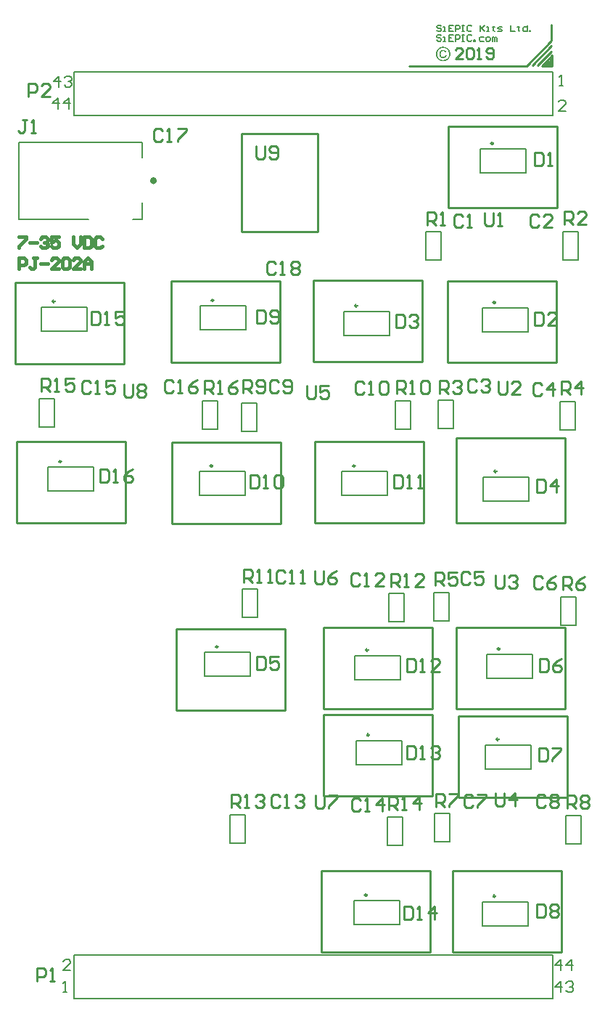
<source format=gto>
G04*
G04 #@! TF.GenerationSoftware,Altium Limited,Altium Designer,19.1.5 (86)*
G04*
G04 Layer_Color=65535*
%FSLAX25Y25*%
%MOIN*%
G70*
G01*
G75*
%ADD10C,0.00984*%
%ADD11C,0.01575*%
%ADD12C,0.01000*%
%ADD13C,0.00787*%
%ADD14C,0.00500*%
%ADD15C,0.01500*%
%ADD16C,0.00800*%
%ADD17C,0.00600*%
G36*
X197142Y445968D02*
X197217D01*
X197310Y445959D01*
X197413Y445940D01*
X197525Y445922D01*
X197767Y445875D01*
X198047Y445791D01*
X198337Y445689D01*
X198486Y445614D01*
X198635Y445539D01*
X198645Y445530D01*
X198673Y445521D01*
X198710Y445493D01*
X198766Y445465D01*
X198831Y445418D01*
X198915Y445362D01*
X198999Y445297D01*
X199092Y445222D01*
X199195Y445138D01*
X199298Y445054D01*
X199503Y444840D01*
X199699Y444588D01*
X199885Y444308D01*
X199895Y444298D01*
X199904Y444270D01*
X199923Y444233D01*
X199960Y444168D01*
X199988Y444093D01*
X200025Y444009D01*
X200072Y443916D01*
X200109Y443804D01*
X200156Y443683D01*
X200193Y443552D01*
X200268Y443272D01*
X200315Y442964D01*
X200324Y442806D01*
X200333Y442647D01*
Y442638D01*
Y442610D01*
Y442563D01*
X200324Y442498D01*
Y442423D01*
X200315Y442330D01*
X200296Y442227D01*
X200277Y442115D01*
X200221Y441863D01*
X200147Y441593D01*
X200035Y441294D01*
X199960Y441145D01*
X199885Y440996D01*
X199876Y440986D01*
X199867Y440958D01*
X199839Y440921D01*
X199802Y440865D01*
X199764Y440800D01*
X199708Y440725D01*
X199643Y440641D01*
X199568Y440548D01*
X199391Y440343D01*
X199186Y440137D01*
X198934Y439941D01*
X198654Y439764D01*
X198645D01*
X198617Y439745D01*
X198579Y439727D01*
X198514Y439699D01*
X198449Y439661D01*
X198365Y439624D01*
X198262Y439587D01*
X198150Y439549D01*
X198038Y439503D01*
X197907Y439466D01*
X197628Y439391D01*
X197320Y439344D01*
X197161Y439335D01*
X197002Y439326D01*
X196918D01*
X196853Y439335D01*
X196779D01*
X196685Y439354D01*
X196583Y439363D01*
X196471Y439382D01*
X196219Y439437D01*
X195948Y439512D01*
X195650Y439624D01*
X195500Y439689D01*
X195351Y439764D01*
X195342Y439773D01*
X195314Y439783D01*
X195276Y439811D01*
X195220Y439848D01*
X195155Y439895D01*
X195080Y439941D01*
X194997Y440007D01*
X194903Y440081D01*
X194698Y440259D01*
X194493Y440473D01*
X194297Y440716D01*
X194120Y440996D01*
Y441005D01*
X194101Y441033D01*
X194082Y441070D01*
X194054Y441136D01*
X194017Y441210D01*
X193980Y441294D01*
X193942Y441388D01*
X193905Y441499D01*
X193858Y441621D01*
X193821Y441751D01*
X193746Y442031D01*
X193700Y442330D01*
X193690Y442488D01*
X193681Y442647D01*
Y442656D01*
Y442684D01*
Y442731D01*
X193690Y442796D01*
Y442871D01*
X193709Y442964D01*
X193718Y443067D01*
X193737Y443179D01*
X193793Y443431D01*
X193868Y443711D01*
X193980Y444009D01*
X194045Y444159D01*
X194120Y444308D01*
X194129Y444317D01*
X194138Y444345D01*
X194166Y444382D01*
X194203Y444438D01*
X194250Y444504D01*
X194306Y444588D01*
X194371Y444672D01*
X194446Y444765D01*
X194623Y444961D01*
X194829Y445166D01*
X195080Y445362D01*
X195360Y445539D01*
X195370Y445549D01*
X195398Y445558D01*
X195444Y445577D01*
X195500Y445605D01*
X195575Y445642D01*
X195659Y445679D01*
X195762Y445717D01*
X195864Y445763D01*
X195985Y445801D01*
X196116Y445838D01*
X196396Y445913D01*
X196695Y445959D01*
X196844Y445978D01*
X197086D01*
X197142Y445968D01*
D02*
G37*
%LPC*%
G36*
X197002Y445427D02*
X196937D01*
X196881Y445418D01*
X196816D01*
X196751Y445409D01*
X196667Y445399D01*
X196573Y445381D01*
X196359Y445343D01*
X196135Y445278D01*
X195892Y445185D01*
X195640Y445063D01*
X195631D01*
X195612Y445045D01*
X195575Y445026D01*
X195528Y444998D01*
X195472Y444961D01*
X195407Y444914D01*
X195267Y444802D01*
X195099Y444653D01*
X194922Y444476D01*
X194754Y444261D01*
X194605Y444028D01*
Y444019D01*
X194586Y444000D01*
X194567Y443963D01*
X194549Y443916D01*
X194521Y443851D01*
X194483Y443785D01*
X194455Y443701D01*
X194418Y443608D01*
X194353Y443403D01*
X194287Y443169D01*
X194250Y442908D01*
X194231Y442647D01*
Y442638D01*
Y442619D01*
Y442572D01*
X194241Y442526D01*
Y442460D01*
X194250Y442386D01*
X194260Y442302D01*
X194278Y442208D01*
X194325Y441994D01*
X194381Y441761D01*
X194474Y441518D01*
X194595Y441266D01*
Y441257D01*
X194614Y441238D01*
X194633Y441201D01*
X194661Y441154D01*
X194698Y441098D01*
X194745Y441042D01*
X194857Y440893D01*
X195006Y440725D01*
X195183Y440557D01*
X195388Y440389D01*
X195622Y440240D01*
X195631D01*
X195650Y440221D01*
X195687Y440203D01*
X195734Y440184D01*
X195799Y440156D01*
X195874Y440128D01*
X195948Y440091D01*
X196042Y440063D01*
X196247Y439988D01*
X196480Y439932D01*
X196741Y439895D01*
X197002Y439876D01*
X197077D01*
X197124Y439885D01*
X197189D01*
X197264Y439895D01*
X197348Y439904D01*
X197441Y439923D01*
X197656Y439969D01*
X197889Y440025D01*
X198131Y440119D01*
X198383Y440240D01*
X198393D01*
X198411Y440259D01*
X198449Y440277D01*
X198495Y440305D01*
X198551Y440343D01*
X198617Y440389D01*
X198757Y440501D01*
X198925Y440650D01*
X199092Y440828D01*
X199260Y441033D01*
X199410Y441266D01*
Y441276D01*
X199428Y441294D01*
X199447Y441331D01*
X199466Y441378D01*
X199494Y441443D01*
X199531Y441518D01*
X199559Y441593D01*
X199596Y441686D01*
X199662Y441891D01*
X199727Y442125D01*
X199764Y442386D01*
X199783Y442647D01*
Y442656D01*
Y442675D01*
Y442722D01*
X199774Y442768D01*
Y442834D01*
X199764Y442908D01*
X199755Y442992D01*
X199736Y443085D01*
X199689Y443300D01*
X199624Y443533D01*
X199531Y443776D01*
X199410Y444028D01*
Y444037D01*
X199391Y444056D01*
X199372Y444093D01*
X199344Y444140D01*
X199307Y444196D01*
X199260Y444261D01*
X199139Y444410D01*
X198990Y444578D01*
X198812Y444746D01*
X198607Y444914D01*
X198365Y445063D01*
X198355D01*
X198337Y445082D01*
X198299Y445101D01*
X198253Y445119D01*
X198187Y445148D01*
X198122Y445176D01*
X198038Y445213D01*
X197945Y445250D01*
X197740Y445315D01*
X197506Y445371D01*
X197264Y445409D01*
X197002Y445427D01*
D02*
G37*
%LPD*%
G36*
X197245Y444504D02*
X197385Y444485D01*
X197534Y444448D01*
X197693Y444401D01*
X197861Y444326D01*
X198010Y444233D01*
X198029Y444224D01*
X198075Y444186D01*
X198141Y444121D01*
X198225Y444037D01*
X198318Y443925D01*
X198402Y443795D01*
X198486Y443645D01*
X198551Y443477D01*
X198029Y443337D01*
X198020Y443356D01*
X198001Y443393D01*
X197973Y443449D01*
X197926Y443524D01*
X197870Y443608D01*
X197805Y443692D01*
X197721Y443767D01*
X197628Y443841D01*
X197618Y443851D01*
X197581Y443869D01*
X197534Y443897D01*
X197460Y443935D01*
X197376Y443972D01*
X197273Y444000D01*
X197152Y444019D01*
X197030Y444028D01*
X196984D01*
X196947Y444019D01*
X196853Y444009D01*
X196732Y443981D01*
X196601Y443944D01*
X196461Y443879D01*
X196321Y443785D01*
X196191Y443664D01*
X196181Y443645D01*
X196144Y443599D01*
X196088Y443515D01*
X196032Y443393D01*
X195967Y443254D01*
X195920Y443067D01*
X195883Y442862D01*
X195864Y442619D01*
Y442610D01*
Y442591D01*
Y442554D01*
X195874Y442507D01*
Y442451D01*
X195883Y442386D01*
X195902Y442237D01*
X195939Y442078D01*
X195995Y441910D01*
X196070Y441742D01*
X196172Y441602D01*
X196191Y441583D01*
X196228Y441546D01*
X196293Y441490D01*
X196387Y441434D01*
X196508Y441369D01*
X196639Y441313D01*
X196797Y441276D01*
X196975Y441257D01*
X197040D01*
X197114Y441266D01*
X197217Y441285D01*
X197320Y441313D01*
X197441Y441350D01*
X197562Y441406D01*
X197674Y441481D01*
X197684Y441490D01*
X197721Y441527D01*
X197777Y441574D01*
X197833Y441649D01*
X197907Y441733D01*
X197973Y441845D01*
X198029Y441966D01*
X198075Y442106D01*
X198617Y441947D01*
Y441938D01*
X198607Y441919D01*
X198598Y441891D01*
X198589Y441854D01*
X198551Y441761D01*
X198495Y441630D01*
X198421Y441490D01*
X198318Y441341D01*
X198197Y441201D01*
X198047Y441070D01*
X198038D01*
X198029Y441061D01*
X197973Y441024D01*
X197880Y440968D01*
X197758Y440912D01*
X197609Y440846D01*
X197432Y440800D01*
X197226Y440762D01*
X197012Y440744D01*
X196937D01*
X196881Y440753D01*
X196816Y440762D01*
X196741Y440772D01*
X196564Y440809D01*
X196359Y440865D01*
X196144Y440949D01*
X196042Y441005D01*
X195939Y441080D01*
X195836Y441154D01*
X195743Y441238D01*
X195734Y441248D01*
X195724Y441266D01*
X195696Y441294D01*
X195668Y441331D01*
X195631Y441378D01*
X195594Y441443D01*
X195547Y441518D01*
X195510Y441602D01*
X195463Y441695D01*
X195416Y441798D01*
X195379Y441919D01*
X195342Y442041D01*
X195314Y442180D01*
X195286Y442320D01*
X195276Y442479D01*
X195267Y442638D01*
Y442647D01*
Y442666D01*
Y442694D01*
Y442731D01*
X195276Y442843D01*
X195295Y442983D01*
X195323Y443142D01*
X195360Y443309D01*
X195407Y443477D01*
X195482Y443645D01*
Y443655D01*
X195491Y443664D01*
X195519Y443720D01*
X195575Y443795D01*
X195640Y443888D01*
X195734Y444000D01*
X195836Y444102D01*
X195967Y444205D01*
X196107Y444298D01*
X196116D01*
X196125Y444308D01*
X196181Y444336D01*
X196265Y444373D01*
X196377Y444410D01*
X196517Y444448D01*
X196676Y444485D01*
X196853Y444513D01*
X197040Y444522D01*
X197142D01*
X197245Y444504D01*
D02*
G37*
D10*
X18492Y329071D02*
G03*
X18492Y329071I-492J0D01*
G01*
X21492Y255571D02*
G03*
X21492Y255571I-492J0D01*
G01*
X161992Y56571D02*
G03*
X161992Y56571I-492J0D01*
G01*
X162992Y130071D02*
G03*
X162992Y130071I-492J0D01*
G01*
X162492Y169071D02*
G03*
X162492Y169071I-492J0D01*
G01*
X156492Y253571D02*
G03*
X156492Y253571I-492J0D01*
G01*
X91492Y329571D02*
G03*
X91492Y329571I-492J0D01*
G01*
X90992Y253571D02*
G03*
X90992Y253571I-492J0D01*
G01*
X220992Y56071D02*
G03*
X220992Y56071I-492J0D01*
G01*
X222492Y128071D02*
G03*
X222492Y128071I-492J0D01*
G01*
X222992Y169571D02*
G03*
X222992Y169571I-492J0D01*
G01*
X93492Y170571D02*
G03*
X93492Y170571I-492J0D01*
G01*
X157492Y327071D02*
G03*
X157492Y327071I-492J0D01*
G01*
X221492Y251071D02*
G03*
X221492Y251071I-492J0D01*
G01*
X220992Y328571D02*
G03*
X220992Y328571I-492J0D01*
G01*
X219992Y401571D02*
G03*
X219992Y401571I-492J0D01*
G01*
D11*
X64661Y384500D02*
G03*
X64661Y384500I-787J0D01*
G01*
D12*
X74500Y141500D02*
Y178902D01*
X124500D01*
Y141500D02*
Y178902D01*
X74500Y141500D02*
X124500D01*
X142000Y102000D02*
Y139402D01*
X192000D01*
Y102000D02*
Y139402D01*
X142000Y102000D02*
X192000D01*
X142000Y142000D02*
Y179402D01*
X192000D01*
Y142000D02*
Y179402D01*
X142000Y142000D02*
X192000D01*
X203000D02*
Y179402D01*
X253000D01*
Y142000D02*
Y179402D01*
X203000Y142000D02*
X253000D01*
X204000Y101500D02*
Y138902D01*
X254000D01*
Y101500D02*
Y138902D01*
X204000Y101500D02*
X254000D01*
X141000Y30500D02*
Y67902D01*
X191000D01*
Y30500D02*
Y67902D01*
X141000Y30500D02*
X191000D01*
X201500D02*
Y67902D01*
X251500D01*
Y30500D02*
Y67902D01*
X201500Y30500D02*
X251500D01*
X138000Y227500D02*
Y264902D01*
X188000D01*
Y227500D02*
Y264902D01*
X138000Y227500D02*
X188000D01*
X203000D02*
Y266402D01*
X253000D01*
Y227500D02*
Y266402D01*
X203000Y227500D02*
X253000D01*
X72500Y227000D02*
Y264402D01*
X122500D01*
Y227000D02*
Y264402D01*
X72500Y227000D02*
X122500D01*
X137500Y301500D02*
Y338902D01*
X187500D01*
Y301500D02*
Y338902D01*
X137500Y301500D02*
X187500D01*
X199000Y301000D02*
Y338402D01*
X249000D01*
Y301000D02*
Y338402D01*
X199000Y301000D02*
X249000D01*
X199500Y372000D02*
Y409402D01*
X249500D01*
Y372000D02*
Y409402D01*
X199500Y372000D02*
X249500D01*
X1000Y227500D02*
Y264902D01*
X51000D01*
Y227500D02*
Y264902D01*
X1000Y227500D02*
X51000D01*
X72000Y301000D02*
Y338402D01*
X122000D01*
Y301000D02*
Y338402D01*
X72000Y301000D02*
X122000D01*
X500Y300500D02*
X50500D01*
Y337902D01*
X500D02*
X50500D01*
X500Y300500D02*
Y337902D01*
X246681Y448654D02*
Y455910D01*
X181425Y437236D02*
X235264D01*
X244811Y437827D02*
X245500Y438516D01*
Y439500D01*
X244122Y438122D02*
X245500Y439500D01*
X244122Y437827D02*
Y438122D01*
Y437827D02*
X246189D01*
X246287Y437925D01*
Y441173D01*
X247075Y441961D01*
Y437335D02*
Y441961D01*
X246976Y437236D02*
X247075Y437335D01*
X242350Y437236D02*
X246976D01*
X242350D02*
X247075Y441961D01*
X240283Y437335D02*
X246779Y443831D01*
X237921Y437532D02*
X246779Y446390D01*
X235264Y437236D02*
X246681Y448654D01*
X139500Y361000D02*
Y406000D01*
X104500Y361000D02*
X139500D01*
X104500D02*
Y406000D01*
X139500D01*
X206013Y440410D02*
X202681D01*
X206013Y443742D01*
Y444575D01*
X205180Y445408D01*
X203514D01*
X202681Y444575D01*
X207679D02*
X208512Y445408D01*
X210179D01*
X211012Y444575D01*
Y441243D01*
X210179Y440410D01*
X208512D01*
X207679Y441243D01*
Y444575D01*
X212678Y440410D02*
X214344D01*
X213511D01*
Y445408D01*
X212678Y444575D01*
X216843Y441243D02*
X217676Y440410D01*
X219342D01*
X220175Y441243D01*
Y444575D01*
X219342Y445408D01*
X217676D01*
X216843Y444575D01*
Y443742D01*
X217676Y442909D01*
X220175D01*
X10500Y17000D02*
Y22998D01*
X13499D01*
X14499Y21998D01*
Y19999D01*
X13499Y18999D01*
X10500D01*
X16498Y17000D02*
X18497D01*
X17498D01*
Y22998D01*
X16498Y21998D01*
X111000Y400498D02*
Y395500D01*
X112000Y394500D01*
X113999D01*
X114999Y395500D01*
Y400498D01*
X116998Y395500D02*
X117998Y394500D01*
X119997D01*
X120997Y395500D01*
Y399498D01*
X119997Y400498D01*
X117998D01*
X116998Y399498D01*
Y398499D01*
X117998Y397499D01*
X120997D01*
X50500Y290998D02*
Y286000D01*
X51500Y285000D01*
X53499D01*
X54499Y286000D01*
Y290998D01*
X56498Y289998D02*
X57498Y290998D01*
X59497D01*
X60497Y289998D01*
Y288999D01*
X59497Y287999D01*
X60497Y286999D01*
Y286000D01*
X59497Y285000D01*
X57498D01*
X56498Y286000D01*
Y286999D01*
X57498Y287999D01*
X56498Y288999D01*
Y289998D01*
X57498Y287999D02*
X59497D01*
X138500Y102498D02*
Y97500D01*
X139500Y96500D01*
X141499D01*
X142499Y97500D01*
Y102498D01*
X144498D02*
X148497D01*
Y101498D01*
X144498Y97500D01*
Y96500D01*
X138000Y205498D02*
Y200500D01*
X139000Y199500D01*
X140999D01*
X141999Y200500D01*
Y205498D01*
X147997D02*
X145997Y204498D01*
X143998Y202499D01*
Y200500D01*
X144998Y199500D01*
X146997D01*
X147997Y200500D01*
Y201499D01*
X146997Y202499D01*
X143998D01*
X134500Y290498D02*
Y285500D01*
X135500Y284500D01*
X137499D01*
X138499Y285500D01*
Y290498D01*
X144497D02*
X140498D01*
Y287499D01*
X142497Y288499D01*
X143497D01*
X144497Y287499D01*
Y285500D01*
X143497Y284500D01*
X141498D01*
X140498Y285500D01*
X221000Y103498D02*
Y98500D01*
X222000Y97500D01*
X223999D01*
X224999Y98500D01*
Y103498D01*
X229997Y97500D02*
Y103498D01*
X226998Y100499D01*
X230997D01*
X221000Y203498D02*
Y198500D01*
X222000Y197500D01*
X223999D01*
X224999Y198500D01*
Y203498D01*
X226998Y202498D02*
X227998Y203498D01*
X229997D01*
X230997Y202498D01*
Y201499D01*
X229997Y200499D01*
X228997D01*
X229997D01*
X230997Y199499D01*
Y198500D01*
X229997Y197500D01*
X227998D01*
X226998Y198500D01*
X222500Y292498D02*
Y287500D01*
X223500Y286500D01*
X225499D01*
X226499Y287500D01*
Y292498D01*
X232497Y286500D02*
X228498D01*
X232497Y290499D01*
Y291498D01*
X231497Y292498D01*
X229498D01*
X228498Y291498D01*
X215900Y369698D02*
Y364700D01*
X216900Y363700D01*
X218899D01*
X219899Y364700D01*
Y369698D01*
X221898Y363700D02*
X223897D01*
X222898D01*
Y369698D01*
X221898Y368698D01*
X87300Y286800D02*
Y292798D01*
X90299D01*
X91299Y291798D01*
Y289799D01*
X90299Y288799D01*
X87300D01*
X89299D02*
X91299Y286800D01*
X93298D02*
X95297D01*
X94298D01*
Y292798D01*
X93298Y291798D01*
X102295Y292798D02*
X100296Y291798D01*
X98296Y289799D01*
Y287800D01*
X99296Y286800D01*
X101295D01*
X102295Y287800D01*
Y288799D01*
X101295Y289799D01*
X98296D01*
X12300Y287800D02*
Y293798D01*
X15299D01*
X16299Y292798D01*
Y290799D01*
X15299Y289799D01*
X12300D01*
X14299D02*
X16299Y287800D01*
X18298D02*
X20297D01*
X19298D01*
Y293798D01*
X18298Y292798D01*
X27295Y293798D02*
X23296D01*
Y290799D01*
X25296Y291799D01*
X26296D01*
X27295Y290799D01*
Y288800D01*
X26296Y287800D01*
X24296D01*
X23296Y288800D01*
X172200Y95800D02*
Y101798D01*
X175199D01*
X176199Y100798D01*
Y98799D01*
X175199Y97799D01*
X172200D01*
X174199D02*
X176199Y95800D01*
X178198D02*
X180197D01*
X179198D01*
Y101798D01*
X178198Y100798D01*
X186196Y95800D02*
Y101798D01*
X183196Y98799D01*
X187195D01*
X99700Y96800D02*
Y102798D01*
X102699D01*
X103699Y101798D01*
Y99799D01*
X102699Y98799D01*
X99700D01*
X101699D02*
X103699Y96800D01*
X105698D02*
X107697D01*
X106698D01*
Y102798D01*
X105698Y101798D01*
X110696D02*
X111696Y102798D01*
X113696D01*
X114695Y101798D01*
Y100799D01*
X113696Y99799D01*
X112696D01*
X113696D01*
X114695Y98799D01*
Y97800D01*
X113696Y96800D01*
X111696D01*
X110696Y97800D01*
X172900Y198200D02*
Y204198D01*
X175899D01*
X176899Y203198D01*
Y201199D01*
X175899Y200199D01*
X172900D01*
X174899D02*
X176899Y198200D01*
X178898D02*
X180897D01*
X179898D01*
Y204198D01*
X178898Y203198D01*
X187895Y198200D02*
X183896D01*
X187895Y202199D01*
Y203198D01*
X186896Y204198D01*
X184896D01*
X183896Y203198D01*
X105400Y200200D02*
Y206198D01*
X108399D01*
X109399Y205198D01*
Y203199D01*
X108399Y202199D01*
X105400D01*
X107399D02*
X109399Y200200D01*
X111398D02*
X113397D01*
X112398D01*
Y206198D01*
X111398Y205198D01*
X116396Y200200D02*
X118396D01*
X117396D01*
Y206198D01*
X116396Y205198D01*
X175800Y286800D02*
Y292798D01*
X178799D01*
X179799Y291798D01*
Y289799D01*
X178799Y288799D01*
X175800D01*
X177799D02*
X179799Y286800D01*
X181798D02*
X183797D01*
X182798D01*
Y292798D01*
X181798Y291798D01*
X186796D02*
X187796Y292798D01*
X189795D01*
X190795Y291798D01*
Y287800D01*
X189795Y286800D01*
X187796D01*
X186796Y287800D01*
Y291798D01*
X105000Y287000D02*
Y292998D01*
X107999D01*
X108999Y291998D01*
Y289999D01*
X107999Y288999D01*
X105000D01*
X106999D02*
X108999Y287000D01*
X110998Y288000D02*
X111998Y287000D01*
X113997D01*
X114997Y288000D01*
Y291998D01*
X113997Y292998D01*
X111998D01*
X110998Y291998D01*
Y290999D01*
X111998Y289999D01*
X114997D01*
X254200Y96300D02*
Y102298D01*
X257199D01*
X258199Y101298D01*
Y99299D01*
X257199Y98299D01*
X254200D01*
X256199D02*
X258199Y96300D01*
X260198Y101298D02*
X261198Y102298D01*
X263197D01*
X264197Y101298D01*
Y100299D01*
X263197Y99299D01*
X264197Y98299D01*
Y97300D01*
X263197Y96300D01*
X261198D01*
X260198Y97300D01*
Y98299D01*
X261198Y99299D01*
X260198Y100299D01*
Y101298D01*
X261198Y99299D02*
X263197D01*
X193700Y97200D02*
Y103198D01*
X196699D01*
X197699Y102198D01*
Y100199D01*
X196699Y99199D01*
X193700D01*
X195699D02*
X197699Y97200D01*
X199698Y103198D02*
X203697D01*
Y102198D01*
X199698Y98200D01*
Y97200D01*
X251900Y196700D02*
Y202698D01*
X254899D01*
X255899Y201698D01*
Y199699D01*
X254899Y198699D01*
X251900D01*
X253899D02*
X255899Y196700D01*
X261897Y202698D02*
X259897Y201698D01*
X257898Y199699D01*
Y197700D01*
X258898Y196700D01*
X260897D01*
X261897Y197700D01*
Y198699D01*
X260897Y199699D01*
X257898D01*
X193400Y198800D02*
Y204798D01*
X196399D01*
X197399Y203798D01*
Y201799D01*
X196399Y200799D01*
X193400D01*
X195399D02*
X197399Y198800D01*
X203397Y204798D02*
X199398D01*
Y201799D01*
X201397Y202799D01*
X202397D01*
X203397Y201799D01*
Y199800D01*
X202397Y198800D01*
X200398D01*
X199398Y199800D01*
X251400Y286350D02*
Y292348D01*
X254399D01*
X255399Y291348D01*
Y289349D01*
X254399Y288349D01*
X251400D01*
X253399D02*
X255399Y286350D01*
X260397D02*
Y292348D01*
X257398Y289349D01*
X261397D01*
X195300Y286850D02*
Y292848D01*
X198299D01*
X199299Y291848D01*
Y289849D01*
X198299Y288849D01*
X195300D01*
X197299D02*
X199299Y286850D01*
X201298Y291848D02*
X202298Y292848D01*
X204297D01*
X205297Y291848D01*
Y290849D01*
X204297Y289849D01*
X203297D01*
X204297D01*
X205297Y288849D01*
Y287850D01*
X204297Y286850D01*
X202298D01*
X201298Y287850D01*
X252800Y364300D02*
Y370298D01*
X255799D01*
X256799Y369298D01*
Y367299D01*
X255799Y366299D01*
X252800D01*
X254799D02*
X256799Y364300D01*
X262797D02*
X258798D01*
X262797Y368299D01*
Y369298D01*
X261797Y370298D01*
X259798D01*
X258798Y369298D01*
X189800Y364200D02*
Y370198D01*
X192799D01*
X193799Y369198D01*
Y367199D01*
X192799Y366199D01*
X189800D01*
X191799D02*
X193799Y364200D01*
X195798D02*
X197797D01*
X196798D01*
Y370198D01*
X195798Y369198D01*
X6500Y423000D02*
Y428998D01*
X9499D01*
X10499Y427998D01*
Y425999D01*
X9499Y424999D01*
X6500D01*
X16497Y423000D02*
X12498D01*
X16497Y426999D01*
Y427998D01*
X15497Y428998D01*
X13498D01*
X12498Y427998D01*
X5799Y412298D02*
X3799D01*
X4799D01*
Y407300D01*
X3799Y406300D01*
X2800D01*
X1800Y407300D01*
X7798Y406300D02*
X9797D01*
X8798D01*
Y412298D01*
X7798Y411298D01*
X39500Y251998D02*
Y246000D01*
X42499D01*
X43499Y247000D01*
Y250998D01*
X42499Y251998D01*
X39500D01*
X45498Y246000D02*
X47497D01*
X46498D01*
Y251998D01*
X45498Y250998D01*
X54495Y251998D02*
X52496Y250998D01*
X50496Y248999D01*
Y247000D01*
X51496Y246000D01*
X53496D01*
X54495Y247000D01*
Y247999D01*
X53496Y248999D01*
X50496D01*
X35500Y324498D02*
Y318500D01*
X38499D01*
X39499Y319500D01*
Y323498D01*
X38499Y324498D01*
X35500D01*
X41498Y318500D02*
X43497D01*
X42498D01*
Y324498D01*
X41498Y323498D01*
X50495Y324498D02*
X46496D01*
Y321499D01*
X48496Y322499D01*
X49496D01*
X50495Y321499D01*
Y319500D01*
X49496Y318500D01*
X47496D01*
X46496Y319500D01*
X179000Y51498D02*
Y45500D01*
X181999D01*
X182999Y46500D01*
Y50498D01*
X181999Y51498D01*
X179000D01*
X184998Y45500D02*
X186997D01*
X185998D01*
Y51498D01*
X184998Y50498D01*
X192996Y45500D02*
Y51498D01*
X189996Y48499D01*
X193995D01*
X180500Y124998D02*
Y119000D01*
X183499D01*
X184499Y120000D01*
Y123998D01*
X183499Y124998D01*
X180500D01*
X186498Y119000D02*
X188497D01*
X187498D01*
Y124998D01*
X186498Y123998D01*
X191496D02*
X192496Y124998D01*
X194495D01*
X195495Y123998D01*
Y122999D01*
X194495Y121999D01*
X193496D01*
X194495D01*
X195495Y120999D01*
Y120000D01*
X194495Y119000D01*
X192496D01*
X191496Y120000D01*
X180500Y164998D02*
Y159000D01*
X183499D01*
X184499Y160000D01*
Y163998D01*
X183499Y164998D01*
X180500D01*
X186498Y159000D02*
X188497D01*
X187498D01*
Y164998D01*
X186498Y163998D01*
X195495Y159000D02*
X191496D01*
X195495Y162999D01*
Y163998D01*
X194495Y164998D01*
X192496D01*
X191496Y163998D01*
X174500Y249498D02*
Y243500D01*
X177499D01*
X178499Y244500D01*
Y248498D01*
X177499Y249498D01*
X174500D01*
X180498Y243500D02*
X182497D01*
X181498D01*
Y249498D01*
X180498Y248498D01*
X185496Y243500D02*
X187496D01*
X186496D01*
Y249498D01*
X185496Y248498D01*
X108500Y249498D02*
Y243500D01*
X111499D01*
X112499Y244500D01*
Y248498D01*
X111499Y249498D01*
X108500D01*
X114498Y243500D02*
X116497D01*
X115498D01*
Y249498D01*
X114498Y248498D01*
X119496D02*
X120496Y249498D01*
X122495D01*
X123495Y248498D01*
Y244500D01*
X122495Y243500D01*
X120496D01*
X119496Y244500D01*
Y248498D01*
X111500Y324998D02*
Y319000D01*
X114499D01*
X115499Y320000D01*
Y323998D01*
X114499Y324998D01*
X111500D01*
X117498Y320000D02*
X118498Y319000D01*
X120497D01*
X121497Y320000D01*
Y323998D01*
X120497Y324998D01*
X118498D01*
X117498Y323998D01*
Y322999D01*
X118498Y321999D01*
X121497D01*
X240000Y52498D02*
Y46500D01*
X242999D01*
X243999Y47500D01*
Y51498D01*
X242999Y52498D01*
X240000D01*
X245998Y51498D02*
X246998Y52498D01*
X248997D01*
X249997Y51498D01*
Y50499D01*
X248997Y49499D01*
X249997Y48499D01*
Y47500D01*
X248997Y46500D01*
X246998D01*
X245998Y47500D01*
Y48499D01*
X246998Y49499D01*
X245998Y50499D01*
Y51498D01*
X246998Y49499D02*
X248997D01*
X241000Y123998D02*
Y118000D01*
X243999D01*
X244999Y119000D01*
Y122998D01*
X243999Y123998D01*
X241000D01*
X246998D02*
X250997D01*
Y122998D01*
X246998Y119000D01*
Y118000D01*
X241500Y164998D02*
Y159000D01*
X244499D01*
X245499Y160000D01*
Y163998D01*
X244499Y164998D01*
X241500D01*
X251497D02*
X249497Y163998D01*
X247498Y161999D01*
Y160000D01*
X248498Y159000D01*
X250497D01*
X251497Y160000D01*
Y160999D01*
X250497Y161999D01*
X247498D01*
X111500Y165998D02*
Y160000D01*
X114499D01*
X115499Y161000D01*
Y164998D01*
X114499Y165998D01*
X111500D01*
X121497D02*
X117498D01*
Y162999D01*
X119497Y163999D01*
X120497D01*
X121497Y162999D01*
Y161000D01*
X120497Y160000D01*
X118498D01*
X117498Y161000D01*
X240000Y247498D02*
Y241500D01*
X242999D01*
X243999Y242500D01*
Y246498D01*
X242999Y247498D01*
X240000D01*
X248997Y241500D02*
Y247498D01*
X245998Y244499D01*
X249997D01*
X175500Y322998D02*
Y317000D01*
X178499D01*
X179499Y318000D01*
Y321998D01*
X178499Y322998D01*
X175500D01*
X181498Y321998D02*
X182498Y322998D01*
X184497D01*
X185497Y321998D01*
Y320999D01*
X184497Y319999D01*
X183497D01*
X184497D01*
X185497Y318999D01*
Y318000D01*
X184497Y317000D01*
X182498D01*
X181498Y318000D01*
X239000Y323998D02*
Y318000D01*
X241999D01*
X242999Y319000D01*
Y322998D01*
X241999Y323998D01*
X239000D01*
X248997Y318000D02*
X244998D01*
X248997Y321999D01*
Y322998D01*
X247997Y323998D01*
X245998D01*
X244998Y322998D01*
X239000Y397498D02*
Y391500D01*
X241999D01*
X242999Y392500D01*
Y396498D01*
X241999Y397498D01*
X239000D01*
X244998Y391500D02*
X246997D01*
X245998D01*
Y397498D01*
X244998Y396498D01*
X119999Y346498D02*
X118999Y347498D01*
X117000D01*
X116000Y346498D01*
Y342500D01*
X117000Y341500D01*
X118999D01*
X119999Y342500D01*
X121998Y341500D02*
X123997D01*
X122998D01*
Y347498D01*
X121998Y346498D01*
X126996D02*
X127996Y347498D01*
X129996D01*
X130995Y346498D01*
Y345499D01*
X129996Y344499D01*
X130995Y343499D01*
Y342500D01*
X129996Y341500D01*
X127996D01*
X126996Y342500D01*
Y343499D01*
X127996Y344499D01*
X126996Y345499D01*
Y346498D01*
X127996Y344499D02*
X129996D01*
X67999Y407498D02*
X66999Y408498D01*
X65000D01*
X64000Y407498D01*
Y403500D01*
X65000Y402500D01*
X66999D01*
X67999Y403500D01*
X69998Y402500D02*
X71997D01*
X70998D01*
Y408498D01*
X69998Y407498D01*
X74996Y408498D02*
X78995D01*
Y407498D01*
X74996Y403500D01*
Y402500D01*
X72999Y291998D02*
X71999Y292998D01*
X70000D01*
X69000Y291998D01*
Y288000D01*
X70000Y287000D01*
X71999D01*
X72999Y288000D01*
X74998Y287000D02*
X76997D01*
X75998D01*
Y292998D01*
X74998Y291998D01*
X83995Y292998D02*
X81996Y291998D01*
X79996Y289999D01*
Y288000D01*
X80996Y287000D01*
X82995D01*
X83995Y288000D01*
Y288999D01*
X82995Y289999D01*
X79996D01*
X35149Y291748D02*
X34149Y292748D01*
X32150D01*
X31150Y291748D01*
Y287750D01*
X32150Y286750D01*
X34149D01*
X35149Y287750D01*
X37148Y286750D02*
X39147D01*
X38148D01*
Y292748D01*
X37148Y291748D01*
X46145Y292748D02*
X42146D01*
Y289749D01*
X44146Y290749D01*
X45145D01*
X46145Y289749D01*
Y287750D01*
X45145Y286750D01*
X43146D01*
X42146Y287750D01*
X159199Y100198D02*
X158199Y101198D01*
X156200D01*
X155200Y100198D01*
Y96200D01*
X156200Y95200D01*
X158199D01*
X159199Y96200D01*
X161198Y95200D02*
X163197D01*
X162198D01*
Y101198D01*
X161198Y100198D01*
X169195Y95200D02*
Y101198D01*
X166196Y98199D01*
X170195D01*
X122149Y101748D02*
X121149Y102748D01*
X119150D01*
X118150Y101748D01*
Y97750D01*
X119150Y96750D01*
X121149D01*
X122149Y97750D01*
X124148Y96750D02*
X126147D01*
X125148D01*
Y102748D01*
X124148Y101748D01*
X129146D02*
X130146Y102748D01*
X132146D01*
X133145Y101748D01*
Y100749D01*
X132146Y99749D01*
X131146D01*
X132146D01*
X133145Y98749D01*
Y97750D01*
X132146Y96750D01*
X130146D01*
X129146Y97750D01*
X158799Y203246D02*
X157799Y204245D01*
X155800D01*
X154800Y203246D01*
Y199247D01*
X155800Y198247D01*
X157799D01*
X158799Y199247D01*
X160798Y198247D02*
X162797D01*
X161798D01*
Y204245D01*
X160798Y203246D01*
X169795Y198247D02*
X165796D01*
X169795Y202246D01*
Y203246D01*
X168796Y204245D01*
X166796D01*
X165796Y203246D01*
X124299Y204698D02*
X123299Y205698D01*
X121300D01*
X120300Y204698D01*
Y200700D01*
X121300Y199700D01*
X123299D01*
X124299Y200700D01*
X126298Y199700D02*
X128297D01*
X127298D01*
Y205698D01*
X126298Y204698D01*
X131296Y199700D02*
X133296D01*
X132296D01*
Y205698D01*
X131296Y204698D01*
X160649Y291248D02*
X159649Y292248D01*
X157650D01*
X156650Y291248D01*
Y287250D01*
X157650Y286250D01*
X159649D01*
X160649Y287250D01*
X162648Y286250D02*
X164647D01*
X163648D01*
Y292248D01*
X162648Y291248D01*
X167646D02*
X168646Y292248D01*
X170645D01*
X171645Y291248D01*
Y287250D01*
X170645Y286250D01*
X168646D01*
X167646Y287250D01*
Y291248D01*
X121499Y291998D02*
X120499Y292998D01*
X118500D01*
X117500Y291998D01*
Y288000D01*
X118500Y287000D01*
X120499D01*
X121499Y288000D01*
X123498D02*
X124498Y287000D01*
X126497D01*
X127497Y288000D01*
Y291998D01*
X126497Y292998D01*
X124498D01*
X123498Y291998D01*
Y290999D01*
X124498Y289999D01*
X127497D01*
X244199Y101698D02*
X243199Y102698D01*
X241200D01*
X240200Y101698D01*
Y97700D01*
X241200Y96700D01*
X243199D01*
X244199Y97700D01*
X246198Y101698D02*
X247198Y102698D01*
X249197D01*
X250197Y101698D01*
Y100699D01*
X249197Y99699D01*
X250197Y98699D01*
Y97700D01*
X249197Y96700D01*
X247198D01*
X246198Y97700D01*
Y98699D01*
X247198Y99699D01*
X246198Y100699D01*
Y101698D01*
X247198Y99699D02*
X249197D01*
X210699Y101698D02*
X209699Y102698D01*
X207700D01*
X206700Y101698D01*
Y97700D01*
X207700Y96700D01*
X209699D01*
X210699Y97700D01*
X212698Y102698D02*
X216697D01*
Y101698D01*
X212698Y97700D01*
Y96700D01*
X242799Y202198D02*
X241799Y203198D01*
X239800D01*
X238800Y202198D01*
Y198200D01*
X239800Y197200D01*
X241799D01*
X242799Y198200D01*
X248797Y203198D02*
X246797Y202198D01*
X244798Y200199D01*
Y198200D01*
X245798Y197200D01*
X247797D01*
X248797Y198200D01*
Y199199D01*
X247797Y200199D01*
X244798D01*
X209499Y203998D02*
X208499Y204998D01*
X206500D01*
X205500Y203998D01*
Y200000D01*
X206500Y199000D01*
X208499D01*
X209499Y200000D01*
X215497Y204998D02*
X211498D01*
Y201999D01*
X213497Y202999D01*
X214497D01*
X215497Y201999D01*
Y200000D01*
X214497Y199000D01*
X212498D01*
X211498Y200000D01*
X242299Y290896D02*
X241299Y291895D01*
X239300D01*
X238300Y290896D01*
Y286897D01*
X239300Y285897D01*
X241299D01*
X242299Y286897D01*
X247297Y285897D02*
Y291895D01*
X244298Y288896D01*
X248297D01*
X212499Y292498D02*
X211499Y293498D01*
X209500D01*
X208500Y292498D01*
Y288500D01*
X209500Y287500D01*
X211499D01*
X212499Y288500D01*
X214498Y292498D02*
X215498Y293498D01*
X217497D01*
X218497Y292498D01*
Y291499D01*
X217497Y290499D01*
X216497D01*
X217497D01*
X218497Y289499D01*
Y288500D01*
X217497Y287500D01*
X215498D01*
X214498Y288500D01*
X241199Y368198D02*
X240199Y369198D01*
X238200D01*
X237200Y368198D01*
Y364200D01*
X238200Y363200D01*
X240199D01*
X241199Y364200D01*
X247197Y363200D02*
X243198D01*
X247197Y367199D01*
Y368198D01*
X246197Y369198D01*
X244198D01*
X243198Y368198D01*
X206199D02*
X205199Y369198D01*
X203200D01*
X202200Y368198D01*
Y364200D01*
X203200Y363200D01*
X205199D01*
X206199Y364200D01*
X208198Y363200D02*
X210197D01*
X209198D01*
Y369198D01*
X208198Y368198D01*
D13*
X27500Y9000D02*
X247500D01*
X27500Y29000D02*
X247500D01*
X27500Y9000D02*
Y29000D01*
X247500Y9000D02*
Y29000D01*
X27500Y434374D02*
X247500D01*
X27500Y414374D02*
X247500D01*
Y434374D01*
X27500Y414374D02*
Y434374D01*
X12488Y315488D02*
X33512D01*
X12488Y326512D02*
X33512D01*
Y315488D02*
Y326512D01*
X12488Y315488D02*
Y326512D01*
X15488Y241988D02*
X36512D01*
X15488Y253012D02*
X36512D01*
Y241988D02*
Y253012D01*
X15488Y241988D02*
Y253012D01*
X155988Y42988D02*
X177012D01*
X155988Y54012D02*
X177012D01*
Y42988D02*
Y54012D01*
X155988Y42988D02*
Y54012D01*
X156988Y116488D02*
X178012D01*
X156988Y127512D02*
X178012D01*
Y116488D02*
Y127512D01*
X156988Y116488D02*
Y127512D01*
X156488Y155488D02*
X177512D01*
X156488Y166512D02*
X177512D01*
Y155488D02*
Y166512D01*
X156488Y155488D02*
Y166512D01*
X150488Y239988D02*
X171512D01*
X150488Y251012D02*
X171512D01*
Y239988D02*
Y251012D01*
X150488Y239988D02*
Y251012D01*
X85488Y315988D02*
X106512D01*
X85488Y327012D02*
X106512D01*
Y315988D02*
Y327012D01*
X85488Y315988D02*
Y327012D01*
X84988Y239988D02*
X106012D01*
X84988Y251012D02*
X106012D01*
Y239988D02*
Y251012D01*
X84988Y239988D02*
Y251012D01*
X214988Y42488D02*
X236012D01*
X214988Y53512D02*
X236012D01*
Y42488D02*
Y53512D01*
X214988Y42488D02*
Y53512D01*
X216488Y114488D02*
X237512D01*
X216488Y125512D02*
X237512D01*
Y114488D02*
Y125512D01*
X216488Y114488D02*
Y125512D01*
X216988Y155988D02*
X238012D01*
X216988Y167012D02*
X238012D01*
Y155988D02*
Y167012D01*
X216988Y155988D02*
Y167012D01*
X87488Y156988D02*
X108512D01*
X87488Y168012D02*
X108512D01*
Y156988D02*
Y168012D01*
X87488Y156988D02*
Y168012D01*
X151488Y313488D02*
X172512D01*
X151488Y324512D02*
X172512D01*
Y313488D02*
Y324512D01*
X151488Y313488D02*
Y324512D01*
X215488Y237488D02*
X236512D01*
X215488Y248512D02*
X236512D01*
Y237488D02*
Y248512D01*
X215488Y237488D02*
Y248512D01*
X214988Y314988D02*
X236012D01*
X214988Y326012D02*
X236012D01*
Y314988D02*
Y326012D01*
X214988Y314988D02*
Y326012D01*
X213988Y387988D02*
X235012D01*
X213988Y399012D02*
X235012D01*
Y387988D02*
Y399012D01*
X213988Y387988D02*
Y399012D01*
D14*
X104500Y282500D02*
X111500D01*
Y269500D02*
Y282500D01*
X104500Y269500D02*
X111500D01*
X104500D02*
Y282500D01*
X193000Y94000D02*
X200000D01*
Y81000D02*
Y94000D01*
X193000Y81000D02*
X200000D01*
X193000D02*
Y94000D01*
X192600Y195500D02*
X199600D01*
Y182500D02*
Y195500D01*
X192600Y182500D02*
X199600D01*
X192600D02*
Y195500D01*
X194600Y283650D02*
X201600D01*
Y270650D02*
Y283650D01*
X194600Y270650D02*
X201600D01*
X194600D02*
Y283650D01*
X189000Y361000D02*
X196000D01*
Y348000D02*
Y361000D01*
X189000Y348000D02*
X196000D01*
X189000D02*
Y361000D01*
X253500Y93000D02*
X260500D01*
Y80000D02*
Y93000D01*
X253500Y80000D02*
X260500D01*
X253500D02*
Y93000D01*
X251100Y193500D02*
X258100D01*
Y180500D02*
Y193500D01*
X251100Y180500D02*
X258100D01*
X251100D02*
Y193500D01*
X250600Y283150D02*
X257600D01*
Y270150D02*
Y283150D01*
X250600Y270150D02*
X257600D01*
X250600D02*
Y283150D01*
X252000Y361000D02*
X259000D01*
Y348000D02*
Y361000D01*
X252000Y348000D02*
X259000D01*
X252000D02*
Y361000D01*
X11500Y284500D02*
X18500D01*
Y271500D02*
Y284500D01*
X11500Y271500D02*
X18500D01*
X11500D02*
Y284500D01*
X99000Y93500D02*
X106000D01*
Y80500D02*
Y93500D01*
X99000Y80500D02*
X106000D01*
X99000D02*
Y93500D01*
X104600Y197000D02*
X111600D01*
Y184000D02*
Y197000D01*
X104600Y184000D02*
X111600D01*
X104600D02*
Y197000D01*
X86500Y283500D02*
X93500D01*
Y270500D02*
Y283500D01*
X86500Y270500D02*
X93500D01*
X86500D02*
Y283500D01*
X171500Y92500D02*
X178500D01*
Y79500D02*
Y92500D01*
X171500Y79500D02*
X178500D01*
X171500D02*
Y92500D01*
X172100Y195000D02*
X179100D01*
Y182000D02*
Y195000D01*
X172100Y182000D02*
X179100D01*
X172100D02*
Y195000D01*
X175000Y283500D02*
X182000D01*
Y270500D02*
Y283500D01*
X175000Y270500D02*
X182000D01*
X175000D02*
Y283500D01*
X2063Y366783D02*
Y402217D01*
X58756D01*
X54228Y366783D02*
X58756D01*
Y394933D02*
Y402217D01*
X2063Y366783D02*
X34150D01*
X58756D02*
Y374461D01*
D15*
X2000Y358596D02*
X5332D01*
Y357763D01*
X2000Y354431D01*
Y353598D01*
X6998Y356097D02*
X10331D01*
X11997Y357763D02*
X12830Y358596D01*
X14496D01*
X15329Y357763D01*
Y356930D01*
X14496Y356097D01*
X13663D01*
X14496D01*
X15329Y355264D01*
Y354431D01*
X14496Y353598D01*
X12830D01*
X11997Y354431D01*
X20327Y358596D02*
X16995D01*
Y356097D01*
X18661Y356930D01*
X19494D01*
X20327Y356097D01*
Y354431D01*
X19494Y353598D01*
X17828D01*
X16995Y354431D01*
X26992Y358596D02*
Y355264D01*
X28658Y353598D01*
X30324Y355264D01*
Y358596D01*
X31990D02*
Y353598D01*
X34490D01*
X35322Y354431D01*
Y357763D01*
X34490Y358596D01*
X31990D01*
X40321Y357763D02*
X39488Y358596D01*
X37822D01*
X36989Y357763D01*
Y354431D01*
X37822Y353598D01*
X39488D01*
X40321Y354431D01*
X2000Y344000D02*
Y348998D01*
X4499D01*
X5332Y348165D01*
Y346499D01*
X4499Y345666D01*
X2000D01*
X10331Y348998D02*
X8664D01*
X9498D01*
Y344833D01*
X8664Y344000D01*
X7831D01*
X6998Y344833D01*
X11997Y346499D02*
X15329D01*
X20327Y344000D02*
X16995D01*
X20327Y347332D01*
Y348165D01*
X19494Y348998D01*
X17828D01*
X16995Y348165D01*
X21993D02*
X22827Y348998D01*
X24493D01*
X25326Y348165D01*
Y344833D01*
X24493Y344000D01*
X22827D01*
X21993Y344833D01*
Y348165D01*
X30324Y344000D02*
X26992D01*
X30324Y347332D01*
Y348165D01*
X29491Y348998D01*
X27825D01*
X26992Y348165D01*
X31990Y344000D02*
Y347332D01*
X33656Y348998D01*
X35322Y347332D01*
Y344000D01*
Y346499D01*
X31990D01*
D16*
X25832Y22000D02*
X22500D01*
X25832Y25332D01*
Y26165D01*
X24999Y26998D01*
X23333D01*
X22500Y26165D01*
Y12000D02*
X24166D01*
X23333D01*
Y16998D01*
X22500Y16165D01*
X250999Y22000D02*
Y26998D01*
X248500Y24499D01*
X251832D01*
X255998Y22000D02*
Y26998D01*
X253498Y24499D01*
X256831D01*
X250999Y12000D02*
Y16998D01*
X248500Y14499D01*
X251832D01*
X253498Y16165D02*
X254331Y16998D01*
X255998D01*
X256831Y16165D01*
Y15332D01*
X255998Y14499D01*
X255165D01*
X255998D01*
X256831Y13666D01*
Y12833D01*
X255998Y12000D01*
X254331D01*
X253498Y12833D01*
X253332Y416500D02*
X250000D01*
X253332Y419832D01*
Y420665D01*
X252499Y421498D01*
X250833D01*
X250000Y420665D01*
X250500Y428000D02*
X252166D01*
X251333D01*
Y432998D01*
X250500Y432165D01*
X19999Y417500D02*
Y422498D01*
X17500Y419999D01*
X20832D01*
X24998Y417500D02*
Y422498D01*
X22498Y419999D01*
X25831D01*
X20499Y427500D02*
Y432498D01*
X18000Y429999D01*
X21332D01*
X22998Y431665D02*
X23831Y432498D01*
X25498D01*
X26331Y431665D01*
Y430832D01*
X25498Y429999D01*
X24665D01*
X25498D01*
X26331Y429166D01*
Y428333D01*
X25498Y427500D01*
X23831D01*
X22998Y428333D01*
D17*
X196180Y450909D02*
X195680Y451408D01*
X194681D01*
X194181Y450909D01*
Y450409D01*
X194681Y449909D01*
X195680D01*
X196180Y449409D01*
Y448909D01*
X195680Y448410D01*
X194681D01*
X194181Y448909D01*
X197180Y448410D02*
X198180D01*
X197680D01*
Y450409D01*
X197180D01*
X201679Y451408D02*
X199679D01*
Y448410D01*
X201679D01*
X199679Y449909D02*
X200679D01*
X202678Y448410D02*
Y451408D01*
X204178D01*
X204678Y450909D01*
Y449909D01*
X204178Y449409D01*
X202678D01*
X205677Y451408D02*
X206677D01*
X206177D01*
Y448410D01*
X205677D01*
X206677D01*
X210176Y450909D02*
X209676Y451408D01*
X208676D01*
X208176Y450909D01*
Y448909D01*
X208676Y448410D01*
X209676D01*
X210176Y448909D01*
X211175Y448410D02*
Y448909D01*
X211675D01*
Y448410D01*
X211175D01*
X215674Y450409D02*
X214175D01*
X213675Y449909D01*
Y448909D01*
X214175Y448410D01*
X215674D01*
X217174D02*
X218173D01*
X218673Y448909D01*
Y449909D01*
X218173Y450409D01*
X217174D01*
X216674Y449909D01*
Y448909D01*
X217174Y448410D01*
X219673D02*
Y450409D01*
X220173D01*
X220672Y449909D01*
Y448410D01*
Y449909D01*
X221172Y450409D01*
X221672Y449909D01*
Y448410D01*
X196180Y455409D02*
X195680Y455908D01*
X194681D01*
X194181Y455409D01*
Y454909D01*
X194681Y454409D01*
X195680D01*
X196180Y453909D01*
Y453409D01*
X195680Y452910D01*
X194681D01*
X194181Y453409D01*
X197180Y452910D02*
X198180D01*
X197680D01*
Y454909D01*
X197180D01*
X201679Y455908D02*
X199679D01*
Y452910D01*
X201679D01*
X199679Y454409D02*
X200679D01*
X202678Y452910D02*
Y455908D01*
X204178D01*
X204678Y455409D01*
Y454409D01*
X204178Y453909D01*
X202678D01*
X205677Y455908D02*
X206677D01*
X206177D01*
Y452910D01*
X205677D01*
X206677D01*
X210176Y455409D02*
X209676Y455908D01*
X208676D01*
X208176Y455409D01*
Y453409D01*
X208676Y452910D01*
X209676D01*
X210176Y453409D01*
X214175Y455908D02*
Y452910D01*
Y453909D01*
X216174Y455908D01*
X214674Y454409D01*
X216174Y452910D01*
X217174D02*
X218173D01*
X217673D01*
Y454909D01*
X217174D01*
X220173Y455409D02*
Y454909D01*
X219673D01*
X220672D01*
X220173D01*
Y453409D01*
X220672Y452910D01*
X222172D02*
X223672D01*
X224171Y453409D01*
X223672Y453909D01*
X222672D01*
X222172Y454409D01*
X222672Y454909D01*
X224171D01*
X228170Y455908D02*
Y452910D01*
X230169D01*
X231669Y455409D02*
Y454909D01*
X231169D01*
X232169D01*
X231669D01*
Y453409D01*
X232169Y452910D01*
X235668Y455908D02*
Y452910D01*
X234168D01*
X233668Y453409D01*
Y454409D01*
X234168Y454909D01*
X235668D01*
X236667Y452910D02*
Y453409D01*
X237167D01*
Y452910D01*
X236667D01*
M02*

</source>
